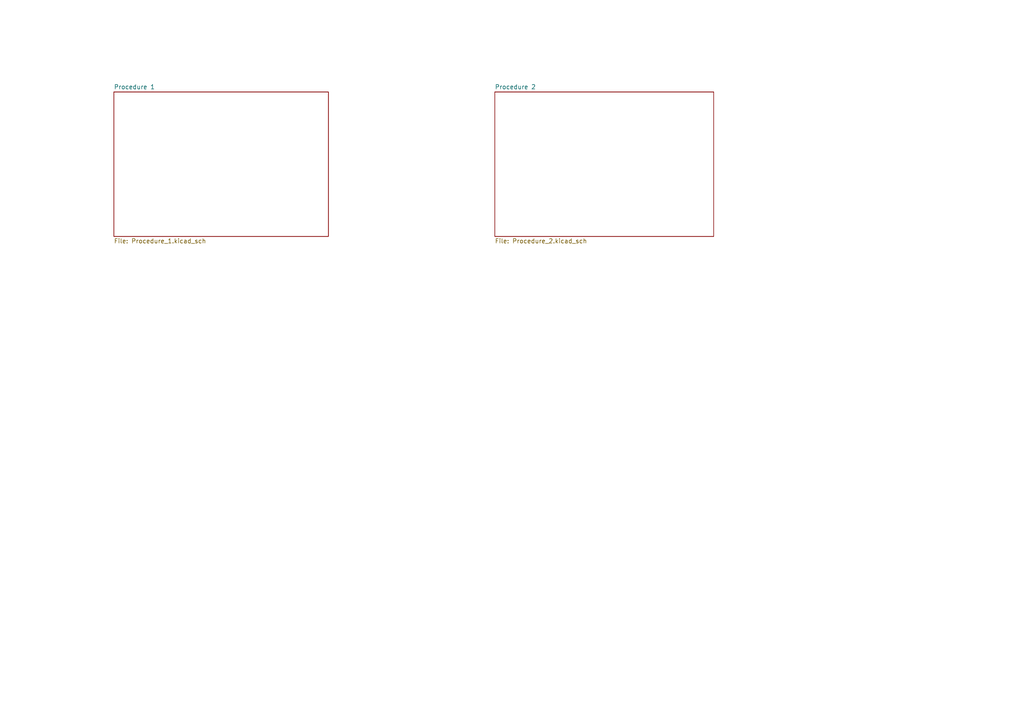
<source format=kicad_sch>
(kicad_sch (version 20250114) (generator "eeschema") (generator_version "9.0")
  (paper "A4")
  (title_block (date "2025-09-12"))
  (lib_symbols)
  (sheet (at 33.02 26.67) (size 62.23 41.91) (stroke (width 0.1524))
    (property "Sheetname" "Procedure 1" (at 33.02 25.9584 0) (effects (justify left bottom)))
    (property "Sheetfile" "Procedure_1.kicad_sch" (at 33.02 69.1646 0) (effects (justify left top)))
  )
  (sheet (at 143.51 26.67) (size 63.5 41.91) (stroke (width 0.1524))
    (property "Sheetname" "Procedure 2" (at 143.51 25.9584 0) (effects (justify left bottom)))
    (property "Sheetfile" "Procedure_2.kicad_sch" (at 143.51 69.1646 0) (effects (justify left top)))
  )
)
</source>
